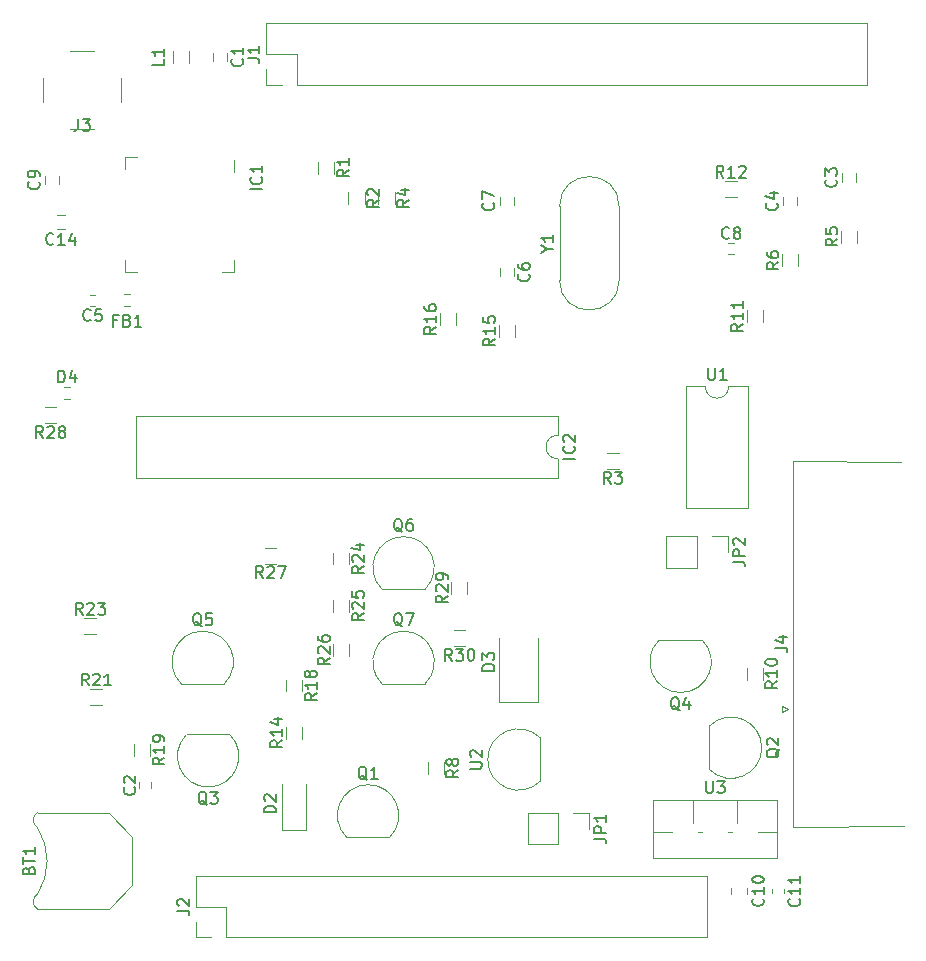
<source format=gto>
G04 #@! TF.GenerationSoftware,KiCad,Pcbnew,(5.1.2)-1*
G04 #@! TF.CreationDate,2019-07-25T21:05:53-07:00*
G04 #@! TF.ProjectId,DashSight-Mezzanine-Card,44617368-5369-4676-9874-2d4d657a7a61,rev?*
G04 #@! TF.SameCoordinates,Original*
G04 #@! TF.FileFunction,Legend,Top*
G04 #@! TF.FilePolarity,Positive*
%FSLAX46Y46*%
G04 Gerber Fmt 4.6, Leading zero omitted, Abs format (unit mm)*
G04 Created by KiCad (PCBNEW (5.1.2)-1) date 2019-07-25 21:05:53*
%MOMM*%
%LPD*%
G04 APERTURE LIST*
%ADD10C,0.120000*%
%ADD11C,0.150000*%
G04 APERTURE END LIST*
D10*
X142923000Y-58519000D02*
X142923000Y-59519000D01*
X133683000Y-67989000D02*
X134683000Y-67989000D01*
X133683000Y-66989000D02*
X133683000Y-67989000D01*
X133683000Y-58249000D02*
X134683000Y-58249000D01*
X133683000Y-59249000D02*
X133683000Y-58249000D01*
X142923000Y-67989000D02*
X141923000Y-67989000D01*
X142923000Y-66989000D02*
X142923000Y-67989000D01*
X185493000Y-112656000D02*
X185493000Y-114674000D01*
X181792000Y-112656000D02*
X181792000Y-114674000D01*
X187285000Y-115416000D02*
X188892000Y-115416000D01*
X184745000Y-115416000D02*
X185080000Y-115416000D01*
X182205000Y-115416000D02*
X182540000Y-115416000D01*
X178392000Y-115416000D02*
X179999000Y-115416000D01*
X188892000Y-112656000D02*
X188892000Y-117597000D01*
X178392000Y-112656000D02*
X178392000Y-117597000D01*
X178392000Y-117597000D02*
X188892000Y-117597000D01*
X178392000Y-112656000D02*
X188892000Y-112656000D01*
X188466000Y-120258721D02*
X188466000Y-120584279D01*
X189486000Y-120258721D02*
X189486000Y-120584279D01*
X184964000Y-120137422D02*
X184964000Y-120654578D01*
X186384000Y-120137422D02*
X186384000Y-120654578D01*
X134448000Y-108958000D02*
X134448000Y-107958000D01*
X135808000Y-107958000D02*
X135808000Y-108958000D01*
X130687000Y-70891500D02*
X131187000Y-70891500D01*
X131187000Y-69951500D02*
X130687000Y-69951500D01*
X190600000Y-61650000D02*
X190600000Y-62350000D01*
X189400000Y-62350000D02*
X189400000Y-61650000D01*
X128108000Y-59848000D02*
X128108000Y-60548000D01*
X126908000Y-60548000D02*
X126908000Y-59848000D01*
X127920000Y-63154000D02*
X128620000Y-63154000D01*
X128620000Y-64354000D02*
X127920000Y-64354000D01*
X126293100Y-115054554D02*
G75*
G02X126294000Y-120656000I-4499100J-2801446D01*
G01*
X126294000Y-115056000D02*
G75*
G02X126278337Y-113752277I386922J656604D01*
G01*
X134294000Y-119856000D02*
X132294000Y-121956000D01*
X134294000Y-115856000D02*
X132294000Y-113756000D01*
X134294000Y-119856000D02*
X134294000Y-115856000D01*
X126294000Y-121956000D02*
G75*
G02X126278337Y-120652277I386922J656604D01*
G01*
X126294000Y-113756000D02*
X132294000Y-113756000D01*
X126294000Y-121956000D02*
X132294000Y-121956000D01*
X165350000Y-104400000D02*
X168650000Y-104400000D01*
X168650000Y-104400000D02*
X168650000Y-99000000D01*
X165350000Y-104400000D02*
X165350000Y-99000000D01*
X129028000Y-77702000D02*
X128528000Y-77702000D01*
X128528000Y-78762000D02*
X129028000Y-78762000D01*
X141132000Y-50134000D02*
X141132000Y-49434000D01*
X142332000Y-49434000D02*
X142332000Y-50134000D01*
X167770500Y-113795500D02*
X167770500Y-116455500D01*
X170370500Y-113795500D02*
X167770500Y-113795500D01*
X170370500Y-116455500D02*
X167770500Y-116455500D01*
X170370500Y-113795500D02*
X170370500Y-116455500D01*
X171640500Y-113795500D02*
X172970500Y-113795500D01*
X172970500Y-113795500D02*
X172970500Y-115125500D01*
X184718000Y-90364000D02*
X184718000Y-91694000D01*
X183388000Y-90364000D02*
X184718000Y-90364000D01*
X182118000Y-90364000D02*
X182118000Y-93024000D01*
X182118000Y-93024000D02*
X179518000Y-93024000D01*
X182118000Y-90364000D02*
X179518000Y-90364000D01*
X179518000Y-90364000D02*
X179518000Y-93024000D01*
X147000000Y-115250000D02*
X149000000Y-115250000D01*
X149000000Y-115250000D02*
X149000000Y-111350000D01*
X147000000Y-115250000D02*
X147000000Y-111350000D01*
X133608000Y-70888000D02*
X134108000Y-70888000D01*
X134108000Y-69828000D02*
X133608000Y-69828000D01*
X189778675Y-105000000D02*
X189345662Y-105250000D01*
X189345662Y-104750000D02*
X189778675Y-105000000D01*
X189345662Y-105250000D02*
X189345662Y-104750000D01*
X190240000Y-83975000D02*
X199400000Y-84100000D01*
X190240000Y-114945000D02*
X190240000Y-83975000D01*
X199600000Y-114900000D02*
X190240000Y-114945000D01*
X170330000Y-83810000D02*
G75*
G02X170330000Y-81810000I0J1000000D01*
G01*
X170330000Y-81810000D02*
X170330000Y-80160000D01*
X170330000Y-80160000D02*
X134650000Y-80160000D01*
X134650000Y-80160000D02*
X134650000Y-85460000D01*
X134650000Y-85460000D02*
X170330000Y-85460000D01*
X170330000Y-85460000D02*
X170330000Y-83810000D01*
X134912000Y-111214000D02*
X134912000Y-111714000D01*
X135852000Y-111714000D02*
X135852000Y-111214000D01*
X185250000Y-65530000D02*
X184750000Y-65530000D01*
X184750000Y-66470000D02*
X185250000Y-66470000D01*
X195600000Y-59650000D02*
X195600000Y-60350000D01*
X194400000Y-60350000D02*
X194400000Y-59650000D01*
X165400000Y-68350000D02*
X165400000Y-67650000D01*
X166600000Y-67650000D02*
X166600000Y-68350000D01*
X166600000Y-61650000D02*
X166600000Y-62350000D01*
X165400000Y-62350000D02*
X165400000Y-61650000D01*
X129048000Y-49278000D02*
X131048000Y-49278000D01*
X129048000Y-55878000D02*
X131048000Y-55878000D01*
X133348000Y-51578000D02*
X133348000Y-53578000D01*
X126748000Y-51578000D02*
X126748000Y-53578000D01*
X170475000Y-68685000D02*
X170475000Y-62435000D01*
X175525000Y-68685000D02*
X175525000Y-62435000D01*
X175525000Y-68685000D02*
G75*
G02X170475000Y-68685000I-2525000J0D01*
G01*
X175525000Y-62435000D02*
G75*
G03X170475000Y-62435000I-2525000J0D01*
G01*
X184810000Y-77670000D02*
G75*
G02X182810000Y-77670000I-1000000J0D01*
G01*
X182810000Y-77670000D02*
X181160000Y-77670000D01*
X181160000Y-77670000D02*
X181160000Y-87950000D01*
X181160000Y-87950000D02*
X186460000Y-87950000D01*
X186460000Y-87950000D02*
X186460000Y-77670000D01*
X186460000Y-77670000D02*
X184810000Y-77670000D01*
X139110000Y-49284000D02*
X139110000Y-50284000D01*
X137750000Y-50284000D02*
X137750000Y-49284000D01*
X182970000Y-124330000D02*
X182970000Y-119130000D01*
X142270000Y-124330000D02*
X182970000Y-124330000D01*
X139670000Y-119130000D02*
X182970000Y-119130000D01*
X142270000Y-124330000D02*
X142270000Y-121730000D01*
X142270000Y-121730000D02*
X139670000Y-121730000D01*
X139670000Y-121730000D02*
X139670000Y-119130000D01*
X141000000Y-124330000D02*
X139670000Y-124330000D01*
X139670000Y-124330000D02*
X139670000Y-123000000D01*
X196529000Y-52146000D02*
X196529000Y-46946000D01*
X148209000Y-52146000D02*
X196529000Y-52146000D01*
X145609000Y-46946000D02*
X196529000Y-46946000D01*
X148209000Y-52146000D02*
X148209000Y-49546000D01*
X148209000Y-49546000D02*
X145609000Y-49546000D01*
X145609000Y-49546000D02*
X145609000Y-46946000D01*
X146939000Y-52146000D02*
X145609000Y-52146000D01*
X145609000Y-52146000D02*
X145609000Y-50816000D01*
X151320000Y-96750000D02*
X151320000Y-95750000D01*
X152680000Y-95750000D02*
X152680000Y-96750000D01*
X152680000Y-99500000D02*
X152680000Y-100500000D01*
X151320000Y-100500000D02*
X151320000Y-99500000D01*
X145500000Y-91320000D02*
X146500000Y-91320000D01*
X146500000Y-92680000D02*
X145500000Y-92680000D01*
X126881000Y-79457000D02*
X127881000Y-79457000D01*
X127881000Y-80817000D02*
X126881000Y-80817000D01*
X162680000Y-94250000D02*
X162680000Y-95250000D01*
X161320000Y-95250000D02*
X161320000Y-94250000D01*
X161500000Y-98320000D02*
X162500000Y-98320000D01*
X162500000Y-99680000D02*
X161500000Y-99680000D01*
X150051000Y-59659000D02*
X150051000Y-58659000D01*
X151411000Y-58659000D02*
X151411000Y-59659000D01*
X131250000Y-98680000D02*
X130250000Y-98680000D01*
X130250000Y-97320000D02*
X131250000Y-97320000D01*
X131750000Y-104680000D02*
X130750000Y-104680000D01*
X130750000Y-103320000D02*
X131750000Y-103320000D01*
X152609000Y-62222000D02*
X152609000Y-61222000D01*
X153969000Y-61222000D02*
X153969000Y-62222000D01*
X147320000Y-103500000D02*
X147320000Y-102500000D01*
X148680000Y-102500000D02*
X148680000Y-103500000D01*
X151320000Y-92750000D02*
X151320000Y-91750000D01*
X152680000Y-91750000D02*
X152680000Y-92750000D01*
X161680000Y-71500000D02*
X161680000Y-72500000D01*
X160320000Y-72500000D02*
X160320000Y-71500000D01*
X166680000Y-72500000D02*
X166680000Y-73500000D01*
X165320000Y-73500000D02*
X165320000Y-72500000D01*
X174500000Y-83320000D02*
X175500000Y-83320000D01*
X175500000Y-84680000D02*
X174500000Y-84680000D01*
X185500000Y-61680000D02*
X184500000Y-61680000D01*
X184500000Y-60320000D02*
X185500000Y-60320000D01*
X187680000Y-71250000D02*
X187680000Y-72250000D01*
X186320000Y-72250000D02*
X186320000Y-71250000D01*
X186320000Y-102500000D02*
X186320000Y-101500000D01*
X187680000Y-101500000D02*
X187680000Y-102500000D01*
X190680000Y-66500000D02*
X190680000Y-67500000D01*
X189320000Y-67500000D02*
X189320000Y-66500000D01*
X195680000Y-64500000D02*
X195680000Y-65500000D01*
X194320000Y-65500000D02*
X194320000Y-64500000D01*
X155149000Y-62222000D02*
X155149000Y-61222000D01*
X156509000Y-61222000D02*
X156509000Y-62222000D01*
X148680000Y-106500000D02*
X148680000Y-107500000D01*
X147320000Y-107500000D02*
X147320000Y-106500000D01*
X159320000Y-110500000D02*
X159320000Y-109500000D01*
X160680000Y-109500000D02*
X160680000Y-110500000D01*
X168850000Y-111070000D02*
X168850000Y-107470000D01*
X168838478Y-111108478D02*
G75*
G02X164400000Y-109270000I-1838478J1838478D01*
G01*
X168838478Y-107431522D02*
G75*
G03X164400000Y-109270000I-1838478J-1838478D01*
G01*
X155470000Y-94850000D02*
X159070000Y-94850000D01*
X155431522Y-94838478D02*
G75*
G02X157270000Y-90400000I1838478J1838478D01*
G01*
X159108478Y-94838478D02*
G75*
G03X157270000Y-90400000I-1838478J1838478D01*
G01*
X155470000Y-102850000D02*
X159070000Y-102850000D01*
X155431522Y-102838478D02*
G75*
G02X157270000Y-98400000I1838478J1838478D01*
G01*
X159108478Y-102838478D02*
G75*
G03X157270000Y-98400000I-1838478J1838478D01*
G01*
X152470000Y-115850000D02*
X156070000Y-115850000D01*
X152431522Y-115838478D02*
G75*
G02X154270000Y-111400000I1838478J1838478D01*
G01*
X156108478Y-115838478D02*
G75*
G03X154270000Y-111400000I-1838478J1838478D01*
G01*
X183150000Y-106470000D02*
X183150000Y-110070000D01*
X183161522Y-106431522D02*
G75*
G02X187600000Y-108270000I1838478J-1838478D01*
G01*
X183161522Y-110108478D02*
G75*
G03X187600000Y-108270000I1838478J1838478D01*
G01*
X142530000Y-107150000D02*
X138930000Y-107150000D01*
X142568478Y-107161522D02*
G75*
G02X140730000Y-111600000I-1838478J-1838478D01*
G01*
X138891522Y-107161522D02*
G75*
G03X140730000Y-111600000I1838478J-1838478D01*
G01*
X182530000Y-99150000D02*
X178930000Y-99150000D01*
X182568478Y-99161522D02*
G75*
G02X180730000Y-103600000I-1838478J-1838478D01*
G01*
X178891522Y-99161522D02*
G75*
G03X180730000Y-103600000I1838478J-1838478D01*
G01*
X138470000Y-102850000D02*
X142070000Y-102850000D01*
X138431522Y-102838478D02*
G75*
G02X140270000Y-98400000I1838478J1838478D01*
G01*
X142108478Y-102838478D02*
G75*
G03X140270000Y-98400000I-1838478J1838478D01*
G01*
D11*
X145305380Y-60995190D02*
X144305380Y-60995190D01*
X145210142Y-59947571D02*
X145257761Y-59995190D01*
X145305380Y-60138047D01*
X145305380Y-60233285D01*
X145257761Y-60376142D01*
X145162523Y-60471380D01*
X145067285Y-60519000D01*
X144876809Y-60566619D01*
X144733952Y-60566619D01*
X144543476Y-60519000D01*
X144448238Y-60471380D01*
X144353000Y-60376142D01*
X144305380Y-60233285D01*
X144305380Y-60138047D01*
X144353000Y-59995190D01*
X144400619Y-59947571D01*
X145305380Y-58995190D02*
X145305380Y-59566619D01*
X145305380Y-59280904D02*
X144305380Y-59280904D01*
X144448238Y-59376142D01*
X144543476Y-59471380D01*
X144591095Y-59566619D01*
X182880095Y-111108880D02*
X182880095Y-111918404D01*
X182927714Y-112013642D01*
X182975333Y-112061261D01*
X183070571Y-112108880D01*
X183261047Y-112108880D01*
X183356285Y-112061261D01*
X183403904Y-112013642D01*
X183451523Y-111918404D01*
X183451523Y-111108880D01*
X183832476Y-111108880D02*
X184451523Y-111108880D01*
X184118190Y-111489833D01*
X184261047Y-111489833D01*
X184356285Y-111537452D01*
X184403904Y-111585071D01*
X184451523Y-111680309D01*
X184451523Y-111918404D01*
X184403904Y-112013642D01*
X184356285Y-112061261D01*
X184261047Y-112108880D01*
X183975333Y-112108880D01*
X183880095Y-112061261D01*
X183832476Y-112013642D01*
X190763142Y-121064357D02*
X190810761Y-121111976D01*
X190858380Y-121254833D01*
X190858380Y-121350071D01*
X190810761Y-121492928D01*
X190715523Y-121588166D01*
X190620285Y-121635785D01*
X190429809Y-121683404D01*
X190286952Y-121683404D01*
X190096476Y-121635785D01*
X190001238Y-121588166D01*
X189906000Y-121492928D01*
X189858380Y-121350071D01*
X189858380Y-121254833D01*
X189906000Y-121111976D01*
X189953619Y-121064357D01*
X190858380Y-120111976D02*
X190858380Y-120683404D01*
X190858380Y-120397690D02*
X189858380Y-120397690D01*
X190001238Y-120492928D01*
X190096476Y-120588166D01*
X190144095Y-120683404D01*
X190858380Y-119159595D02*
X190858380Y-119731023D01*
X190858380Y-119445309D02*
X189858380Y-119445309D01*
X190001238Y-119540547D01*
X190096476Y-119635785D01*
X190144095Y-119731023D01*
X187681142Y-121038857D02*
X187728761Y-121086476D01*
X187776380Y-121229333D01*
X187776380Y-121324571D01*
X187728761Y-121467428D01*
X187633523Y-121562666D01*
X187538285Y-121610285D01*
X187347809Y-121657904D01*
X187204952Y-121657904D01*
X187014476Y-121610285D01*
X186919238Y-121562666D01*
X186824000Y-121467428D01*
X186776380Y-121324571D01*
X186776380Y-121229333D01*
X186824000Y-121086476D01*
X186871619Y-121038857D01*
X187776380Y-120086476D02*
X187776380Y-120657904D01*
X187776380Y-120372190D02*
X186776380Y-120372190D01*
X186919238Y-120467428D01*
X187014476Y-120562666D01*
X187062095Y-120657904D01*
X186776380Y-119467428D02*
X186776380Y-119372190D01*
X186824000Y-119276952D01*
X186871619Y-119229333D01*
X186966857Y-119181714D01*
X187157333Y-119134095D01*
X187395428Y-119134095D01*
X187585904Y-119181714D01*
X187681142Y-119229333D01*
X187728761Y-119276952D01*
X187776380Y-119372190D01*
X187776380Y-119467428D01*
X187728761Y-119562666D01*
X187681142Y-119610285D01*
X187585904Y-119657904D01*
X187395428Y-119705523D01*
X187157333Y-119705523D01*
X186966857Y-119657904D01*
X186871619Y-119610285D01*
X186824000Y-119562666D01*
X186776380Y-119467428D01*
X137030380Y-109100857D02*
X136554190Y-109434190D01*
X137030380Y-109672285D02*
X136030380Y-109672285D01*
X136030380Y-109291333D01*
X136078000Y-109196095D01*
X136125619Y-109148476D01*
X136220857Y-109100857D01*
X136363714Y-109100857D01*
X136458952Y-109148476D01*
X136506571Y-109196095D01*
X136554190Y-109291333D01*
X136554190Y-109672285D01*
X137030380Y-108148476D02*
X137030380Y-108719904D01*
X137030380Y-108434190D02*
X136030380Y-108434190D01*
X136173238Y-108529428D01*
X136268476Y-108624666D01*
X136316095Y-108719904D01*
X137030380Y-107672285D02*
X137030380Y-107481809D01*
X136982761Y-107386571D01*
X136935142Y-107338952D01*
X136792285Y-107243714D01*
X136601809Y-107196095D01*
X136220857Y-107196095D01*
X136125619Y-107243714D01*
X136078000Y-107291333D01*
X136030380Y-107386571D01*
X136030380Y-107577047D01*
X136078000Y-107672285D01*
X136125619Y-107719904D01*
X136220857Y-107767523D01*
X136458952Y-107767523D01*
X136554190Y-107719904D01*
X136601809Y-107672285D01*
X136649428Y-107577047D01*
X136649428Y-107386571D01*
X136601809Y-107291333D01*
X136554190Y-107243714D01*
X136458952Y-107196095D01*
X130770333Y-72048642D02*
X130722714Y-72096261D01*
X130579857Y-72143880D01*
X130484619Y-72143880D01*
X130341761Y-72096261D01*
X130246523Y-72001023D01*
X130198904Y-71905785D01*
X130151285Y-71715309D01*
X130151285Y-71572452D01*
X130198904Y-71381976D01*
X130246523Y-71286738D01*
X130341761Y-71191500D01*
X130484619Y-71143880D01*
X130579857Y-71143880D01*
X130722714Y-71191500D01*
X130770333Y-71239119D01*
X131675095Y-71143880D02*
X131198904Y-71143880D01*
X131151285Y-71620071D01*
X131198904Y-71572452D01*
X131294142Y-71524833D01*
X131532238Y-71524833D01*
X131627476Y-71572452D01*
X131675095Y-71620071D01*
X131722714Y-71715309D01*
X131722714Y-71953404D01*
X131675095Y-72048642D01*
X131627476Y-72096261D01*
X131532238Y-72143880D01*
X131294142Y-72143880D01*
X131198904Y-72096261D01*
X131151285Y-72048642D01*
X188857142Y-62166666D02*
X188904761Y-62214285D01*
X188952380Y-62357142D01*
X188952380Y-62452380D01*
X188904761Y-62595238D01*
X188809523Y-62690476D01*
X188714285Y-62738095D01*
X188523809Y-62785714D01*
X188380952Y-62785714D01*
X188190476Y-62738095D01*
X188095238Y-62690476D01*
X188000000Y-62595238D01*
X187952380Y-62452380D01*
X187952380Y-62357142D01*
X188000000Y-62214285D01*
X188047619Y-62166666D01*
X188285714Y-61309523D02*
X188952380Y-61309523D01*
X187904761Y-61547619D02*
X188619047Y-61785714D01*
X188619047Y-61166666D01*
X126365142Y-60364666D02*
X126412761Y-60412285D01*
X126460380Y-60555142D01*
X126460380Y-60650380D01*
X126412761Y-60793238D01*
X126317523Y-60888476D01*
X126222285Y-60936095D01*
X126031809Y-60983714D01*
X125888952Y-60983714D01*
X125698476Y-60936095D01*
X125603238Y-60888476D01*
X125508000Y-60793238D01*
X125460380Y-60650380D01*
X125460380Y-60555142D01*
X125508000Y-60412285D01*
X125555619Y-60364666D01*
X126460380Y-59888476D02*
X126460380Y-59698000D01*
X126412761Y-59602761D01*
X126365142Y-59555142D01*
X126222285Y-59459904D01*
X126031809Y-59412285D01*
X125650857Y-59412285D01*
X125555619Y-59459904D01*
X125508000Y-59507523D01*
X125460380Y-59602761D01*
X125460380Y-59793238D01*
X125508000Y-59888476D01*
X125555619Y-59936095D01*
X125650857Y-59983714D01*
X125888952Y-59983714D01*
X125984190Y-59936095D01*
X126031809Y-59888476D01*
X126079428Y-59793238D01*
X126079428Y-59602761D01*
X126031809Y-59507523D01*
X125984190Y-59459904D01*
X125888952Y-59412285D01*
X127627142Y-65611142D02*
X127579523Y-65658761D01*
X127436666Y-65706380D01*
X127341428Y-65706380D01*
X127198571Y-65658761D01*
X127103333Y-65563523D01*
X127055714Y-65468285D01*
X127008095Y-65277809D01*
X127008095Y-65134952D01*
X127055714Y-64944476D01*
X127103333Y-64849238D01*
X127198571Y-64754000D01*
X127341428Y-64706380D01*
X127436666Y-64706380D01*
X127579523Y-64754000D01*
X127627142Y-64801619D01*
X128579523Y-65706380D02*
X128008095Y-65706380D01*
X128293809Y-65706380D02*
X128293809Y-64706380D01*
X128198571Y-64849238D01*
X128103333Y-64944476D01*
X128008095Y-64992095D01*
X129436666Y-65039714D02*
X129436666Y-65706380D01*
X129198571Y-64658761D02*
X128960476Y-65373047D01*
X129579523Y-65373047D01*
X125522571Y-118641714D02*
X125570190Y-118498857D01*
X125617809Y-118451238D01*
X125713047Y-118403619D01*
X125855904Y-118403619D01*
X125951142Y-118451238D01*
X125998761Y-118498857D01*
X126046380Y-118594095D01*
X126046380Y-118975047D01*
X125046380Y-118975047D01*
X125046380Y-118641714D01*
X125094000Y-118546476D01*
X125141619Y-118498857D01*
X125236857Y-118451238D01*
X125332095Y-118451238D01*
X125427333Y-118498857D01*
X125474952Y-118546476D01*
X125522571Y-118641714D01*
X125522571Y-118975047D01*
X125046380Y-118117904D02*
X125046380Y-117546476D01*
X126046380Y-117832190D02*
X125046380Y-117832190D01*
X126046380Y-116689333D02*
X126046380Y-117260761D01*
X126046380Y-116975047D02*
X125046380Y-116975047D01*
X125189238Y-117070285D01*
X125284476Y-117165523D01*
X125332095Y-117260761D01*
X164952380Y-101738095D02*
X163952380Y-101738095D01*
X163952380Y-101500000D01*
X164000000Y-101357142D01*
X164095238Y-101261904D01*
X164190476Y-101214285D01*
X164380952Y-101166666D01*
X164523809Y-101166666D01*
X164714285Y-101214285D01*
X164809523Y-101261904D01*
X164904761Y-101357142D01*
X164952380Y-101500000D01*
X164952380Y-101738095D01*
X163952380Y-100833333D02*
X163952380Y-100214285D01*
X164333333Y-100547619D01*
X164333333Y-100404761D01*
X164380952Y-100309523D01*
X164428571Y-100261904D01*
X164523809Y-100214285D01*
X164761904Y-100214285D01*
X164857142Y-100261904D01*
X164904761Y-100309523D01*
X164952380Y-100404761D01*
X164952380Y-100690476D01*
X164904761Y-100785714D01*
X164857142Y-100833333D01*
X128039904Y-77334380D02*
X128039904Y-76334380D01*
X128278000Y-76334380D01*
X128420857Y-76382000D01*
X128516095Y-76477238D01*
X128563714Y-76572476D01*
X128611333Y-76762952D01*
X128611333Y-76905809D01*
X128563714Y-77096285D01*
X128516095Y-77191523D01*
X128420857Y-77286761D01*
X128278000Y-77334380D01*
X128039904Y-77334380D01*
X129468476Y-76667714D02*
X129468476Y-77334380D01*
X129230380Y-76286761D02*
X128992285Y-77001047D01*
X129611333Y-77001047D01*
X143589142Y-49950666D02*
X143636761Y-49998285D01*
X143684380Y-50141142D01*
X143684380Y-50236380D01*
X143636761Y-50379238D01*
X143541523Y-50474476D01*
X143446285Y-50522095D01*
X143255809Y-50569714D01*
X143112952Y-50569714D01*
X142922476Y-50522095D01*
X142827238Y-50474476D01*
X142732000Y-50379238D01*
X142684380Y-50236380D01*
X142684380Y-50141142D01*
X142732000Y-49998285D01*
X142779619Y-49950666D01*
X143684380Y-48998285D02*
X143684380Y-49569714D01*
X143684380Y-49284000D02*
X142684380Y-49284000D01*
X142827238Y-49379238D01*
X142922476Y-49474476D01*
X142970095Y-49569714D01*
X173422880Y-115958833D02*
X174137166Y-115958833D01*
X174280023Y-116006452D01*
X174375261Y-116101690D01*
X174422880Y-116244547D01*
X174422880Y-116339785D01*
X174422880Y-115482642D02*
X173422880Y-115482642D01*
X173422880Y-115101690D01*
X173470500Y-115006452D01*
X173518119Y-114958833D01*
X173613357Y-114911214D01*
X173756214Y-114911214D01*
X173851452Y-114958833D01*
X173899071Y-115006452D01*
X173946690Y-115101690D01*
X173946690Y-115482642D01*
X174422880Y-113958833D02*
X174422880Y-114530261D01*
X174422880Y-114244547D02*
X173422880Y-114244547D01*
X173565738Y-114339785D01*
X173660976Y-114435023D01*
X173708595Y-114530261D01*
X185170380Y-92527333D02*
X185884666Y-92527333D01*
X186027523Y-92574952D01*
X186122761Y-92670190D01*
X186170380Y-92813047D01*
X186170380Y-92908285D01*
X186170380Y-92051142D02*
X185170380Y-92051142D01*
X185170380Y-91670190D01*
X185218000Y-91574952D01*
X185265619Y-91527333D01*
X185360857Y-91479714D01*
X185503714Y-91479714D01*
X185598952Y-91527333D01*
X185646571Y-91574952D01*
X185694190Y-91670190D01*
X185694190Y-92051142D01*
X185265619Y-91098761D02*
X185218000Y-91051142D01*
X185170380Y-90955904D01*
X185170380Y-90717809D01*
X185218000Y-90622571D01*
X185265619Y-90574952D01*
X185360857Y-90527333D01*
X185456095Y-90527333D01*
X185598952Y-90574952D01*
X186170380Y-91146380D01*
X186170380Y-90527333D01*
X146452380Y-113738095D02*
X145452380Y-113738095D01*
X145452380Y-113500000D01*
X145500000Y-113357142D01*
X145595238Y-113261904D01*
X145690476Y-113214285D01*
X145880952Y-113166666D01*
X146023809Y-113166666D01*
X146214285Y-113214285D01*
X146309523Y-113261904D01*
X146404761Y-113357142D01*
X146452380Y-113500000D01*
X146452380Y-113738095D01*
X145547619Y-112785714D02*
X145500000Y-112738095D01*
X145452380Y-112642857D01*
X145452380Y-112404761D01*
X145500000Y-112309523D01*
X145547619Y-112261904D01*
X145642857Y-112214285D01*
X145738095Y-112214285D01*
X145880952Y-112261904D01*
X146452380Y-112833333D01*
X146452380Y-112214285D01*
X133024666Y-72086571D02*
X132691333Y-72086571D01*
X132691333Y-72610380D02*
X132691333Y-71610380D01*
X133167523Y-71610380D01*
X133881809Y-72086571D02*
X134024666Y-72134190D01*
X134072285Y-72181809D01*
X134119904Y-72277047D01*
X134119904Y-72419904D01*
X134072285Y-72515142D01*
X134024666Y-72562761D01*
X133929428Y-72610380D01*
X133548476Y-72610380D01*
X133548476Y-71610380D01*
X133881809Y-71610380D01*
X133977047Y-71658000D01*
X134024666Y-71705619D01*
X134072285Y-71800857D01*
X134072285Y-71896095D01*
X134024666Y-71991333D01*
X133977047Y-72038952D01*
X133881809Y-72086571D01*
X133548476Y-72086571D01*
X135072285Y-72610380D02*
X134500857Y-72610380D01*
X134786571Y-72610380D02*
X134786571Y-71610380D01*
X134691333Y-71753238D01*
X134596095Y-71848476D01*
X134500857Y-71896095D01*
X188752380Y-99793333D02*
X189466666Y-99793333D01*
X189609523Y-99840952D01*
X189704761Y-99936190D01*
X189752380Y-100079047D01*
X189752380Y-100174285D01*
X189085714Y-98888571D02*
X189752380Y-98888571D01*
X188704761Y-99126666D02*
X189419047Y-99364761D01*
X189419047Y-98745714D01*
X171782380Y-83786190D02*
X170782380Y-83786190D01*
X171687142Y-82738571D02*
X171734761Y-82786190D01*
X171782380Y-82929047D01*
X171782380Y-83024285D01*
X171734761Y-83167142D01*
X171639523Y-83262380D01*
X171544285Y-83310000D01*
X171353809Y-83357619D01*
X171210952Y-83357619D01*
X171020476Y-83310000D01*
X170925238Y-83262380D01*
X170830000Y-83167142D01*
X170782380Y-83024285D01*
X170782380Y-82929047D01*
X170830000Y-82786190D01*
X170877619Y-82738571D01*
X170877619Y-82357619D02*
X170830000Y-82310000D01*
X170782380Y-82214761D01*
X170782380Y-81976666D01*
X170830000Y-81881428D01*
X170877619Y-81833809D01*
X170972857Y-81786190D01*
X171068095Y-81786190D01*
X171210952Y-81833809D01*
X171782380Y-82405238D01*
X171782380Y-81786190D01*
X134469142Y-111630666D02*
X134516761Y-111678285D01*
X134564380Y-111821142D01*
X134564380Y-111916380D01*
X134516761Y-112059238D01*
X134421523Y-112154476D01*
X134326285Y-112202095D01*
X134135809Y-112249714D01*
X133992952Y-112249714D01*
X133802476Y-112202095D01*
X133707238Y-112154476D01*
X133612000Y-112059238D01*
X133564380Y-111916380D01*
X133564380Y-111821142D01*
X133612000Y-111678285D01*
X133659619Y-111630666D01*
X133659619Y-111249714D02*
X133612000Y-111202095D01*
X133564380Y-111106857D01*
X133564380Y-110868761D01*
X133612000Y-110773523D01*
X133659619Y-110725904D01*
X133754857Y-110678285D01*
X133850095Y-110678285D01*
X133992952Y-110725904D01*
X134564380Y-111297333D01*
X134564380Y-110678285D01*
X184833333Y-65087142D02*
X184785714Y-65134761D01*
X184642857Y-65182380D01*
X184547619Y-65182380D01*
X184404761Y-65134761D01*
X184309523Y-65039523D01*
X184261904Y-64944285D01*
X184214285Y-64753809D01*
X184214285Y-64610952D01*
X184261904Y-64420476D01*
X184309523Y-64325238D01*
X184404761Y-64230000D01*
X184547619Y-64182380D01*
X184642857Y-64182380D01*
X184785714Y-64230000D01*
X184833333Y-64277619D01*
X185404761Y-64610952D02*
X185309523Y-64563333D01*
X185261904Y-64515714D01*
X185214285Y-64420476D01*
X185214285Y-64372857D01*
X185261904Y-64277619D01*
X185309523Y-64230000D01*
X185404761Y-64182380D01*
X185595238Y-64182380D01*
X185690476Y-64230000D01*
X185738095Y-64277619D01*
X185785714Y-64372857D01*
X185785714Y-64420476D01*
X185738095Y-64515714D01*
X185690476Y-64563333D01*
X185595238Y-64610952D01*
X185404761Y-64610952D01*
X185309523Y-64658571D01*
X185261904Y-64706190D01*
X185214285Y-64801428D01*
X185214285Y-64991904D01*
X185261904Y-65087142D01*
X185309523Y-65134761D01*
X185404761Y-65182380D01*
X185595238Y-65182380D01*
X185690476Y-65134761D01*
X185738095Y-65087142D01*
X185785714Y-64991904D01*
X185785714Y-64801428D01*
X185738095Y-64706190D01*
X185690476Y-64658571D01*
X185595238Y-64610952D01*
X193857142Y-60166666D02*
X193904761Y-60214285D01*
X193952380Y-60357142D01*
X193952380Y-60452380D01*
X193904761Y-60595238D01*
X193809523Y-60690476D01*
X193714285Y-60738095D01*
X193523809Y-60785714D01*
X193380952Y-60785714D01*
X193190476Y-60738095D01*
X193095238Y-60690476D01*
X193000000Y-60595238D01*
X192952380Y-60452380D01*
X192952380Y-60357142D01*
X193000000Y-60214285D01*
X193047619Y-60166666D01*
X192952380Y-59833333D02*
X192952380Y-59214285D01*
X193333333Y-59547619D01*
X193333333Y-59404761D01*
X193380952Y-59309523D01*
X193428571Y-59261904D01*
X193523809Y-59214285D01*
X193761904Y-59214285D01*
X193857142Y-59261904D01*
X193904761Y-59309523D01*
X193952380Y-59404761D01*
X193952380Y-59690476D01*
X193904761Y-59785714D01*
X193857142Y-59833333D01*
X167857142Y-68166666D02*
X167904761Y-68214285D01*
X167952380Y-68357142D01*
X167952380Y-68452380D01*
X167904761Y-68595238D01*
X167809523Y-68690476D01*
X167714285Y-68738095D01*
X167523809Y-68785714D01*
X167380952Y-68785714D01*
X167190476Y-68738095D01*
X167095238Y-68690476D01*
X167000000Y-68595238D01*
X166952380Y-68452380D01*
X166952380Y-68357142D01*
X167000000Y-68214285D01*
X167047619Y-68166666D01*
X166952380Y-67309523D02*
X166952380Y-67500000D01*
X167000000Y-67595238D01*
X167047619Y-67642857D01*
X167190476Y-67738095D01*
X167380952Y-67785714D01*
X167761904Y-67785714D01*
X167857142Y-67738095D01*
X167904761Y-67690476D01*
X167952380Y-67595238D01*
X167952380Y-67404761D01*
X167904761Y-67309523D01*
X167857142Y-67261904D01*
X167761904Y-67214285D01*
X167523809Y-67214285D01*
X167428571Y-67261904D01*
X167380952Y-67309523D01*
X167333333Y-67404761D01*
X167333333Y-67595238D01*
X167380952Y-67690476D01*
X167428571Y-67738095D01*
X167523809Y-67785714D01*
X164857142Y-62166666D02*
X164904761Y-62214285D01*
X164952380Y-62357142D01*
X164952380Y-62452380D01*
X164904761Y-62595238D01*
X164809523Y-62690476D01*
X164714285Y-62738095D01*
X164523809Y-62785714D01*
X164380952Y-62785714D01*
X164190476Y-62738095D01*
X164095238Y-62690476D01*
X164000000Y-62595238D01*
X163952380Y-62452380D01*
X163952380Y-62357142D01*
X164000000Y-62214285D01*
X164047619Y-62166666D01*
X163952380Y-61833333D02*
X163952380Y-61166666D01*
X164952380Y-61595238D01*
X129714666Y-55030380D02*
X129714666Y-55744666D01*
X129667047Y-55887523D01*
X129571809Y-55982761D01*
X129428952Y-56030380D01*
X129333714Y-56030380D01*
X130095619Y-55030380D02*
X130714666Y-55030380D01*
X130381333Y-55411333D01*
X130524190Y-55411333D01*
X130619428Y-55458952D01*
X130667047Y-55506571D01*
X130714666Y-55601809D01*
X130714666Y-55839904D01*
X130667047Y-55935142D01*
X130619428Y-55982761D01*
X130524190Y-56030380D01*
X130238476Y-56030380D01*
X130143238Y-55982761D01*
X130095619Y-55935142D01*
X169451190Y-66036190D02*
X169927380Y-66036190D01*
X168927380Y-66369523D02*
X169451190Y-66036190D01*
X168927380Y-65702857D01*
X169927380Y-64845714D02*
X169927380Y-65417142D01*
X169927380Y-65131428D02*
X168927380Y-65131428D01*
X169070238Y-65226666D01*
X169165476Y-65321904D01*
X169213095Y-65417142D01*
X183048095Y-76122380D02*
X183048095Y-76931904D01*
X183095714Y-77027142D01*
X183143333Y-77074761D01*
X183238571Y-77122380D01*
X183429047Y-77122380D01*
X183524285Y-77074761D01*
X183571904Y-77027142D01*
X183619523Y-76931904D01*
X183619523Y-76122380D01*
X184619523Y-77122380D02*
X184048095Y-77122380D01*
X184333809Y-77122380D02*
X184333809Y-76122380D01*
X184238571Y-76265238D01*
X184143333Y-76360476D01*
X184048095Y-76408095D01*
X136982380Y-49950666D02*
X136982380Y-50426857D01*
X135982380Y-50426857D01*
X136982380Y-49093523D02*
X136982380Y-49664952D01*
X136982380Y-49379238D02*
X135982380Y-49379238D01*
X136125238Y-49474476D01*
X136220476Y-49569714D01*
X136268095Y-49664952D01*
X138122380Y-122063333D02*
X138836666Y-122063333D01*
X138979523Y-122110952D01*
X139074761Y-122206190D01*
X139122380Y-122349047D01*
X139122380Y-122444285D01*
X138217619Y-121634761D02*
X138170000Y-121587142D01*
X138122380Y-121491904D01*
X138122380Y-121253809D01*
X138170000Y-121158571D01*
X138217619Y-121110952D01*
X138312857Y-121063333D01*
X138408095Y-121063333D01*
X138550952Y-121110952D01*
X139122380Y-121682380D01*
X139122380Y-121063333D01*
X144061380Y-49879333D02*
X144775666Y-49879333D01*
X144918523Y-49926952D01*
X145013761Y-50022190D01*
X145061380Y-50165047D01*
X145061380Y-50260285D01*
X145061380Y-48879333D02*
X145061380Y-49450761D01*
X145061380Y-49165047D02*
X144061380Y-49165047D01*
X144204238Y-49260285D01*
X144299476Y-49355523D01*
X144347095Y-49450761D01*
X153902380Y-96892857D02*
X153426190Y-97226190D01*
X153902380Y-97464285D02*
X152902380Y-97464285D01*
X152902380Y-97083333D01*
X152950000Y-96988095D01*
X152997619Y-96940476D01*
X153092857Y-96892857D01*
X153235714Y-96892857D01*
X153330952Y-96940476D01*
X153378571Y-96988095D01*
X153426190Y-97083333D01*
X153426190Y-97464285D01*
X152997619Y-96511904D02*
X152950000Y-96464285D01*
X152902380Y-96369047D01*
X152902380Y-96130952D01*
X152950000Y-96035714D01*
X152997619Y-95988095D01*
X153092857Y-95940476D01*
X153188095Y-95940476D01*
X153330952Y-95988095D01*
X153902380Y-96559523D01*
X153902380Y-95940476D01*
X152902380Y-95035714D02*
X152902380Y-95511904D01*
X153378571Y-95559523D01*
X153330952Y-95511904D01*
X153283333Y-95416666D01*
X153283333Y-95178571D01*
X153330952Y-95083333D01*
X153378571Y-95035714D01*
X153473809Y-94988095D01*
X153711904Y-94988095D01*
X153807142Y-95035714D01*
X153854761Y-95083333D01*
X153902380Y-95178571D01*
X153902380Y-95416666D01*
X153854761Y-95511904D01*
X153807142Y-95559523D01*
X151002380Y-100642857D02*
X150526190Y-100976190D01*
X151002380Y-101214285D02*
X150002380Y-101214285D01*
X150002380Y-100833333D01*
X150050000Y-100738095D01*
X150097619Y-100690476D01*
X150192857Y-100642857D01*
X150335714Y-100642857D01*
X150430952Y-100690476D01*
X150478571Y-100738095D01*
X150526190Y-100833333D01*
X150526190Y-101214285D01*
X150097619Y-100261904D02*
X150050000Y-100214285D01*
X150002380Y-100119047D01*
X150002380Y-99880952D01*
X150050000Y-99785714D01*
X150097619Y-99738095D01*
X150192857Y-99690476D01*
X150288095Y-99690476D01*
X150430952Y-99738095D01*
X151002380Y-100309523D01*
X151002380Y-99690476D01*
X150002380Y-98833333D02*
X150002380Y-99023809D01*
X150050000Y-99119047D01*
X150097619Y-99166666D01*
X150240476Y-99261904D01*
X150430952Y-99309523D01*
X150811904Y-99309523D01*
X150907142Y-99261904D01*
X150954761Y-99214285D01*
X151002380Y-99119047D01*
X151002380Y-98928571D01*
X150954761Y-98833333D01*
X150907142Y-98785714D01*
X150811904Y-98738095D01*
X150573809Y-98738095D01*
X150478571Y-98785714D01*
X150430952Y-98833333D01*
X150383333Y-98928571D01*
X150383333Y-99119047D01*
X150430952Y-99214285D01*
X150478571Y-99261904D01*
X150573809Y-99309523D01*
X145357142Y-93902380D02*
X145023809Y-93426190D01*
X144785714Y-93902380D02*
X144785714Y-92902380D01*
X145166666Y-92902380D01*
X145261904Y-92950000D01*
X145309523Y-92997619D01*
X145357142Y-93092857D01*
X145357142Y-93235714D01*
X145309523Y-93330952D01*
X145261904Y-93378571D01*
X145166666Y-93426190D01*
X144785714Y-93426190D01*
X145738095Y-92997619D02*
X145785714Y-92950000D01*
X145880952Y-92902380D01*
X146119047Y-92902380D01*
X146214285Y-92950000D01*
X146261904Y-92997619D01*
X146309523Y-93092857D01*
X146309523Y-93188095D01*
X146261904Y-93330952D01*
X145690476Y-93902380D01*
X146309523Y-93902380D01*
X146642857Y-92902380D02*
X147309523Y-92902380D01*
X146880952Y-93902380D01*
X126738142Y-82039380D02*
X126404809Y-81563190D01*
X126166714Y-82039380D02*
X126166714Y-81039380D01*
X126547666Y-81039380D01*
X126642904Y-81087000D01*
X126690523Y-81134619D01*
X126738142Y-81229857D01*
X126738142Y-81372714D01*
X126690523Y-81467952D01*
X126642904Y-81515571D01*
X126547666Y-81563190D01*
X126166714Y-81563190D01*
X127119095Y-81134619D02*
X127166714Y-81087000D01*
X127261952Y-81039380D01*
X127500047Y-81039380D01*
X127595285Y-81087000D01*
X127642904Y-81134619D01*
X127690523Y-81229857D01*
X127690523Y-81325095D01*
X127642904Y-81467952D01*
X127071476Y-82039380D01*
X127690523Y-82039380D01*
X128261952Y-81467952D02*
X128166714Y-81420333D01*
X128119095Y-81372714D01*
X128071476Y-81277476D01*
X128071476Y-81229857D01*
X128119095Y-81134619D01*
X128166714Y-81087000D01*
X128261952Y-81039380D01*
X128452428Y-81039380D01*
X128547666Y-81087000D01*
X128595285Y-81134619D01*
X128642904Y-81229857D01*
X128642904Y-81277476D01*
X128595285Y-81372714D01*
X128547666Y-81420333D01*
X128452428Y-81467952D01*
X128261952Y-81467952D01*
X128166714Y-81515571D01*
X128119095Y-81563190D01*
X128071476Y-81658428D01*
X128071476Y-81848904D01*
X128119095Y-81944142D01*
X128166714Y-81991761D01*
X128261952Y-82039380D01*
X128452428Y-82039380D01*
X128547666Y-81991761D01*
X128595285Y-81944142D01*
X128642904Y-81848904D01*
X128642904Y-81658428D01*
X128595285Y-81563190D01*
X128547666Y-81515571D01*
X128452428Y-81467952D01*
X161002380Y-95392857D02*
X160526190Y-95726190D01*
X161002380Y-95964285D02*
X160002380Y-95964285D01*
X160002380Y-95583333D01*
X160050000Y-95488095D01*
X160097619Y-95440476D01*
X160192857Y-95392857D01*
X160335714Y-95392857D01*
X160430952Y-95440476D01*
X160478571Y-95488095D01*
X160526190Y-95583333D01*
X160526190Y-95964285D01*
X160097619Y-95011904D02*
X160050000Y-94964285D01*
X160002380Y-94869047D01*
X160002380Y-94630952D01*
X160050000Y-94535714D01*
X160097619Y-94488095D01*
X160192857Y-94440476D01*
X160288095Y-94440476D01*
X160430952Y-94488095D01*
X161002380Y-95059523D01*
X161002380Y-94440476D01*
X161002380Y-93964285D02*
X161002380Y-93773809D01*
X160954761Y-93678571D01*
X160907142Y-93630952D01*
X160764285Y-93535714D01*
X160573809Y-93488095D01*
X160192857Y-93488095D01*
X160097619Y-93535714D01*
X160050000Y-93583333D01*
X160002380Y-93678571D01*
X160002380Y-93869047D01*
X160050000Y-93964285D01*
X160097619Y-94011904D01*
X160192857Y-94059523D01*
X160430952Y-94059523D01*
X160526190Y-94011904D01*
X160573809Y-93964285D01*
X160621428Y-93869047D01*
X160621428Y-93678571D01*
X160573809Y-93583333D01*
X160526190Y-93535714D01*
X160430952Y-93488095D01*
X161357142Y-100902380D02*
X161023809Y-100426190D01*
X160785714Y-100902380D02*
X160785714Y-99902380D01*
X161166666Y-99902380D01*
X161261904Y-99950000D01*
X161309523Y-99997619D01*
X161357142Y-100092857D01*
X161357142Y-100235714D01*
X161309523Y-100330952D01*
X161261904Y-100378571D01*
X161166666Y-100426190D01*
X160785714Y-100426190D01*
X161690476Y-99902380D02*
X162309523Y-99902380D01*
X161976190Y-100283333D01*
X162119047Y-100283333D01*
X162214285Y-100330952D01*
X162261904Y-100378571D01*
X162309523Y-100473809D01*
X162309523Y-100711904D01*
X162261904Y-100807142D01*
X162214285Y-100854761D01*
X162119047Y-100902380D01*
X161833333Y-100902380D01*
X161738095Y-100854761D01*
X161690476Y-100807142D01*
X162928571Y-99902380D02*
X163023809Y-99902380D01*
X163119047Y-99950000D01*
X163166666Y-99997619D01*
X163214285Y-100092857D01*
X163261904Y-100283333D01*
X163261904Y-100521428D01*
X163214285Y-100711904D01*
X163166666Y-100807142D01*
X163119047Y-100854761D01*
X163023809Y-100902380D01*
X162928571Y-100902380D01*
X162833333Y-100854761D01*
X162785714Y-100807142D01*
X162738095Y-100711904D01*
X162690476Y-100521428D01*
X162690476Y-100283333D01*
X162738095Y-100092857D01*
X162785714Y-99997619D01*
X162833333Y-99950000D01*
X162928571Y-99902380D01*
X152633380Y-59325666D02*
X152157190Y-59659000D01*
X152633380Y-59897095D02*
X151633380Y-59897095D01*
X151633380Y-59516142D01*
X151681000Y-59420904D01*
X151728619Y-59373285D01*
X151823857Y-59325666D01*
X151966714Y-59325666D01*
X152061952Y-59373285D01*
X152109571Y-59420904D01*
X152157190Y-59516142D01*
X152157190Y-59897095D01*
X152633380Y-58373285D02*
X152633380Y-58944714D01*
X152633380Y-58659000D02*
X151633380Y-58659000D01*
X151776238Y-58754238D01*
X151871476Y-58849476D01*
X151919095Y-58944714D01*
X130107142Y-97002380D02*
X129773809Y-96526190D01*
X129535714Y-97002380D02*
X129535714Y-96002380D01*
X129916666Y-96002380D01*
X130011904Y-96050000D01*
X130059523Y-96097619D01*
X130107142Y-96192857D01*
X130107142Y-96335714D01*
X130059523Y-96430952D01*
X130011904Y-96478571D01*
X129916666Y-96526190D01*
X129535714Y-96526190D01*
X130488095Y-96097619D02*
X130535714Y-96050000D01*
X130630952Y-96002380D01*
X130869047Y-96002380D01*
X130964285Y-96050000D01*
X131011904Y-96097619D01*
X131059523Y-96192857D01*
X131059523Y-96288095D01*
X131011904Y-96430952D01*
X130440476Y-97002380D01*
X131059523Y-97002380D01*
X131392857Y-96002380D02*
X132011904Y-96002380D01*
X131678571Y-96383333D01*
X131821428Y-96383333D01*
X131916666Y-96430952D01*
X131964285Y-96478571D01*
X132011904Y-96573809D01*
X132011904Y-96811904D01*
X131964285Y-96907142D01*
X131916666Y-96954761D01*
X131821428Y-97002380D01*
X131535714Y-97002380D01*
X131440476Y-96954761D01*
X131392857Y-96907142D01*
X130607142Y-103002380D02*
X130273809Y-102526190D01*
X130035714Y-103002380D02*
X130035714Y-102002380D01*
X130416666Y-102002380D01*
X130511904Y-102050000D01*
X130559523Y-102097619D01*
X130607142Y-102192857D01*
X130607142Y-102335714D01*
X130559523Y-102430952D01*
X130511904Y-102478571D01*
X130416666Y-102526190D01*
X130035714Y-102526190D01*
X130988095Y-102097619D02*
X131035714Y-102050000D01*
X131130952Y-102002380D01*
X131369047Y-102002380D01*
X131464285Y-102050000D01*
X131511904Y-102097619D01*
X131559523Y-102192857D01*
X131559523Y-102288095D01*
X131511904Y-102430952D01*
X130940476Y-103002380D01*
X131559523Y-103002380D01*
X132511904Y-103002380D02*
X131940476Y-103002380D01*
X132226190Y-103002380D02*
X132226190Y-102002380D01*
X132130952Y-102145238D01*
X132035714Y-102240476D01*
X131940476Y-102288095D01*
X155191380Y-61888666D02*
X154715190Y-62222000D01*
X155191380Y-62460095D02*
X154191380Y-62460095D01*
X154191380Y-62079142D01*
X154239000Y-61983904D01*
X154286619Y-61936285D01*
X154381857Y-61888666D01*
X154524714Y-61888666D01*
X154619952Y-61936285D01*
X154667571Y-61983904D01*
X154715190Y-62079142D01*
X154715190Y-62460095D01*
X154286619Y-61507714D02*
X154239000Y-61460095D01*
X154191380Y-61364857D01*
X154191380Y-61126761D01*
X154239000Y-61031523D01*
X154286619Y-60983904D01*
X154381857Y-60936285D01*
X154477095Y-60936285D01*
X154619952Y-60983904D01*
X155191380Y-61555333D01*
X155191380Y-60936285D01*
X149902380Y-103642857D02*
X149426190Y-103976190D01*
X149902380Y-104214285D02*
X148902380Y-104214285D01*
X148902380Y-103833333D01*
X148950000Y-103738095D01*
X148997619Y-103690476D01*
X149092857Y-103642857D01*
X149235714Y-103642857D01*
X149330952Y-103690476D01*
X149378571Y-103738095D01*
X149426190Y-103833333D01*
X149426190Y-104214285D01*
X149902380Y-102690476D02*
X149902380Y-103261904D01*
X149902380Y-102976190D02*
X148902380Y-102976190D01*
X149045238Y-103071428D01*
X149140476Y-103166666D01*
X149188095Y-103261904D01*
X149330952Y-102119047D02*
X149283333Y-102214285D01*
X149235714Y-102261904D01*
X149140476Y-102309523D01*
X149092857Y-102309523D01*
X148997619Y-102261904D01*
X148950000Y-102214285D01*
X148902380Y-102119047D01*
X148902380Y-101928571D01*
X148950000Y-101833333D01*
X148997619Y-101785714D01*
X149092857Y-101738095D01*
X149140476Y-101738095D01*
X149235714Y-101785714D01*
X149283333Y-101833333D01*
X149330952Y-101928571D01*
X149330952Y-102119047D01*
X149378571Y-102214285D01*
X149426190Y-102261904D01*
X149521428Y-102309523D01*
X149711904Y-102309523D01*
X149807142Y-102261904D01*
X149854761Y-102214285D01*
X149902380Y-102119047D01*
X149902380Y-101928571D01*
X149854761Y-101833333D01*
X149807142Y-101785714D01*
X149711904Y-101738095D01*
X149521428Y-101738095D01*
X149426190Y-101785714D01*
X149378571Y-101833333D01*
X149330952Y-101928571D01*
X153902380Y-92892857D02*
X153426190Y-93226190D01*
X153902380Y-93464285D02*
X152902380Y-93464285D01*
X152902380Y-93083333D01*
X152950000Y-92988095D01*
X152997619Y-92940476D01*
X153092857Y-92892857D01*
X153235714Y-92892857D01*
X153330952Y-92940476D01*
X153378571Y-92988095D01*
X153426190Y-93083333D01*
X153426190Y-93464285D01*
X152997619Y-92511904D02*
X152950000Y-92464285D01*
X152902380Y-92369047D01*
X152902380Y-92130952D01*
X152950000Y-92035714D01*
X152997619Y-91988095D01*
X153092857Y-91940476D01*
X153188095Y-91940476D01*
X153330952Y-91988095D01*
X153902380Y-92559523D01*
X153902380Y-91940476D01*
X153235714Y-91083333D02*
X153902380Y-91083333D01*
X152854761Y-91321428D02*
X153569047Y-91559523D01*
X153569047Y-90940476D01*
X160002380Y-72642857D02*
X159526190Y-72976190D01*
X160002380Y-73214285D02*
X159002380Y-73214285D01*
X159002380Y-72833333D01*
X159050000Y-72738095D01*
X159097619Y-72690476D01*
X159192857Y-72642857D01*
X159335714Y-72642857D01*
X159430952Y-72690476D01*
X159478571Y-72738095D01*
X159526190Y-72833333D01*
X159526190Y-73214285D01*
X160002380Y-71690476D02*
X160002380Y-72261904D01*
X160002380Y-71976190D02*
X159002380Y-71976190D01*
X159145238Y-72071428D01*
X159240476Y-72166666D01*
X159288095Y-72261904D01*
X159002380Y-70833333D02*
X159002380Y-71023809D01*
X159050000Y-71119047D01*
X159097619Y-71166666D01*
X159240476Y-71261904D01*
X159430952Y-71309523D01*
X159811904Y-71309523D01*
X159907142Y-71261904D01*
X159954761Y-71214285D01*
X160002380Y-71119047D01*
X160002380Y-70928571D01*
X159954761Y-70833333D01*
X159907142Y-70785714D01*
X159811904Y-70738095D01*
X159573809Y-70738095D01*
X159478571Y-70785714D01*
X159430952Y-70833333D01*
X159383333Y-70928571D01*
X159383333Y-71119047D01*
X159430952Y-71214285D01*
X159478571Y-71261904D01*
X159573809Y-71309523D01*
X165002380Y-73642857D02*
X164526190Y-73976190D01*
X165002380Y-74214285D02*
X164002380Y-74214285D01*
X164002380Y-73833333D01*
X164050000Y-73738095D01*
X164097619Y-73690476D01*
X164192857Y-73642857D01*
X164335714Y-73642857D01*
X164430952Y-73690476D01*
X164478571Y-73738095D01*
X164526190Y-73833333D01*
X164526190Y-74214285D01*
X165002380Y-72690476D02*
X165002380Y-73261904D01*
X165002380Y-72976190D02*
X164002380Y-72976190D01*
X164145238Y-73071428D01*
X164240476Y-73166666D01*
X164288095Y-73261904D01*
X164002380Y-71785714D02*
X164002380Y-72261904D01*
X164478571Y-72309523D01*
X164430952Y-72261904D01*
X164383333Y-72166666D01*
X164383333Y-71928571D01*
X164430952Y-71833333D01*
X164478571Y-71785714D01*
X164573809Y-71738095D01*
X164811904Y-71738095D01*
X164907142Y-71785714D01*
X164954761Y-71833333D01*
X165002380Y-71928571D01*
X165002380Y-72166666D01*
X164954761Y-72261904D01*
X164907142Y-72309523D01*
X174833333Y-85902380D02*
X174500000Y-85426190D01*
X174261904Y-85902380D02*
X174261904Y-84902380D01*
X174642857Y-84902380D01*
X174738095Y-84950000D01*
X174785714Y-84997619D01*
X174833333Y-85092857D01*
X174833333Y-85235714D01*
X174785714Y-85330952D01*
X174738095Y-85378571D01*
X174642857Y-85426190D01*
X174261904Y-85426190D01*
X175166666Y-84902380D02*
X175785714Y-84902380D01*
X175452380Y-85283333D01*
X175595238Y-85283333D01*
X175690476Y-85330952D01*
X175738095Y-85378571D01*
X175785714Y-85473809D01*
X175785714Y-85711904D01*
X175738095Y-85807142D01*
X175690476Y-85854761D01*
X175595238Y-85902380D01*
X175309523Y-85902380D01*
X175214285Y-85854761D01*
X175166666Y-85807142D01*
X184357142Y-60002380D02*
X184023809Y-59526190D01*
X183785714Y-60002380D02*
X183785714Y-59002380D01*
X184166666Y-59002380D01*
X184261904Y-59050000D01*
X184309523Y-59097619D01*
X184357142Y-59192857D01*
X184357142Y-59335714D01*
X184309523Y-59430952D01*
X184261904Y-59478571D01*
X184166666Y-59526190D01*
X183785714Y-59526190D01*
X185309523Y-60002380D02*
X184738095Y-60002380D01*
X185023809Y-60002380D02*
X185023809Y-59002380D01*
X184928571Y-59145238D01*
X184833333Y-59240476D01*
X184738095Y-59288095D01*
X185690476Y-59097619D02*
X185738095Y-59050000D01*
X185833333Y-59002380D01*
X186071428Y-59002380D01*
X186166666Y-59050000D01*
X186214285Y-59097619D01*
X186261904Y-59192857D01*
X186261904Y-59288095D01*
X186214285Y-59430952D01*
X185642857Y-60002380D01*
X186261904Y-60002380D01*
X186002380Y-72392857D02*
X185526190Y-72726190D01*
X186002380Y-72964285D02*
X185002380Y-72964285D01*
X185002380Y-72583333D01*
X185050000Y-72488095D01*
X185097619Y-72440476D01*
X185192857Y-72392857D01*
X185335714Y-72392857D01*
X185430952Y-72440476D01*
X185478571Y-72488095D01*
X185526190Y-72583333D01*
X185526190Y-72964285D01*
X186002380Y-71440476D02*
X186002380Y-72011904D01*
X186002380Y-71726190D02*
X185002380Y-71726190D01*
X185145238Y-71821428D01*
X185240476Y-71916666D01*
X185288095Y-72011904D01*
X186002380Y-70488095D02*
X186002380Y-71059523D01*
X186002380Y-70773809D02*
X185002380Y-70773809D01*
X185145238Y-70869047D01*
X185240476Y-70964285D01*
X185288095Y-71059523D01*
X188902380Y-102642857D02*
X188426190Y-102976190D01*
X188902380Y-103214285D02*
X187902380Y-103214285D01*
X187902380Y-102833333D01*
X187950000Y-102738095D01*
X187997619Y-102690476D01*
X188092857Y-102642857D01*
X188235714Y-102642857D01*
X188330952Y-102690476D01*
X188378571Y-102738095D01*
X188426190Y-102833333D01*
X188426190Y-103214285D01*
X188902380Y-101690476D02*
X188902380Y-102261904D01*
X188902380Y-101976190D02*
X187902380Y-101976190D01*
X188045238Y-102071428D01*
X188140476Y-102166666D01*
X188188095Y-102261904D01*
X187902380Y-101071428D02*
X187902380Y-100976190D01*
X187950000Y-100880952D01*
X187997619Y-100833333D01*
X188092857Y-100785714D01*
X188283333Y-100738095D01*
X188521428Y-100738095D01*
X188711904Y-100785714D01*
X188807142Y-100833333D01*
X188854761Y-100880952D01*
X188902380Y-100976190D01*
X188902380Y-101071428D01*
X188854761Y-101166666D01*
X188807142Y-101214285D01*
X188711904Y-101261904D01*
X188521428Y-101309523D01*
X188283333Y-101309523D01*
X188092857Y-101261904D01*
X187997619Y-101214285D01*
X187950000Y-101166666D01*
X187902380Y-101071428D01*
X189002380Y-67166666D02*
X188526190Y-67500000D01*
X189002380Y-67738095D02*
X188002380Y-67738095D01*
X188002380Y-67357142D01*
X188050000Y-67261904D01*
X188097619Y-67214285D01*
X188192857Y-67166666D01*
X188335714Y-67166666D01*
X188430952Y-67214285D01*
X188478571Y-67261904D01*
X188526190Y-67357142D01*
X188526190Y-67738095D01*
X188002380Y-66309523D02*
X188002380Y-66500000D01*
X188050000Y-66595238D01*
X188097619Y-66642857D01*
X188240476Y-66738095D01*
X188430952Y-66785714D01*
X188811904Y-66785714D01*
X188907142Y-66738095D01*
X188954761Y-66690476D01*
X189002380Y-66595238D01*
X189002380Y-66404761D01*
X188954761Y-66309523D01*
X188907142Y-66261904D01*
X188811904Y-66214285D01*
X188573809Y-66214285D01*
X188478571Y-66261904D01*
X188430952Y-66309523D01*
X188383333Y-66404761D01*
X188383333Y-66595238D01*
X188430952Y-66690476D01*
X188478571Y-66738095D01*
X188573809Y-66785714D01*
X194002380Y-65166666D02*
X193526190Y-65500000D01*
X194002380Y-65738095D02*
X193002380Y-65738095D01*
X193002380Y-65357142D01*
X193050000Y-65261904D01*
X193097619Y-65214285D01*
X193192857Y-65166666D01*
X193335714Y-65166666D01*
X193430952Y-65214285D01*
X193478571Y-65261904D01*
X193526190Y-65357142D01*
X193526190Y-65738095D01*
X193002380Y-64261904D02*
X193002380Y-64738095D01*
X193478571Y-64785714D01*
X193430952Y-64738095D01*
X193383333Y-64642857D01*
X193383333Y-64404761D01*
X193430952Y-64309523D01*
X193478571Y-64261904D01*
X193573809Y-64214285D01*
X193811904Y-64214285D01*
X193907142Y-64261904D01*
X193954761Y-64309523D01*
X194002380Y-64404761D01*
X194002380Y-64642857D01*
X193954761Y-64738095D01*
X193907142Y-64785714D01*
X157731380Y-61888666D02*
X157255190Y-62222000D01*
X157731380Y-62460095D02*
X156731380Y-62460095D01*
X156731380Y-62079142D01*
X156779000Y-61983904D01*
X156826619Y-61936285D01*
X156921857Y-61888666D01*
X157064714Y-61888666D01*
X157159952Y-61936285D01*
X157207571Y-61983904D01*
X157255190Y-62079142D01*
X157255190Y-62460095D01*
X157064714Y-61031523D02*
X157731380Y-61031523D01*
X156683761Y-61269619D02*
X157398047Y-61507714D01*
X157398047Y-60888666D01*
X147002380Y-107642857D02*
X146526190Y-107976190D01*
X147002380Y-108214285D02*
X146002380Y-108214285D01*
X146002380Y-107833333D01*
X146050000Y-107738095D01*
X146097619Y-107690476D01*
X146192857Y-107642857D01*
X146335714Y-107642857D01*
X146430952Y-107690476D01*
X146478571Y-107738095D01*
X146526190Y-107833333D01*
X146526190Y-108214285D01*
X147002380Y-106690476D02*
X147002380Y-107261904D01*
X147002380Y-106976190D02*
X146002380Y-106976190D01*
X146145238Y-107071428D01*
X146240476Y-107166666D01*
X146288095Y-107261904D01*
X146335714Y-105833333D02*
X147002380Y-105833333D01*
X145954761Y-106071428D02*
X146669047Y-106309523D01*
X146669047Y-105690476D01*
X161902380Y-110166666D02*
X161426190Y-110500000D01*
X161902380Y-110738095D02*
X160902380Y-110738095D01*
X160902380Y-110357142D01*
X160950000Y-110261904D01*
X160997619Y-110214285D01*
X161092857Y-110166666D01*
X161235714Y-110166666D01*
X161330952Y-110214285D01*
X161378571Y-110261904D01*
X161426190Y-110357142D01*
X161426190Y-110738095D01*
X161330952Y-109595238D02*
X161283333Y-109690476D01*
X161235714Y-109738095D01*
X161140476Y-109785714D01*
X161092857Y-109785714D01*
X160997619Y-109738095D01*
X160950000Y-109690476D01*
X160902380Y-109595238D01*
X160902380Y-109404761D01*
X160950000Y-109309523D01*
X160997619Y-109261904D01*
X161092857Y-109214285D01*
X161140476Y-109214285D01*
X161235714Y-109261904D01*
X161283333Y-109309523D01*
X161330952Y-109404761D01*
X161330952Y-109595238D01*
X161378571Y-109690476D01*
X161426190Y-109738095D01*
X161521428Y-109785714D01*
X161711904Y-109785714D01*
X161807142Y-109738095D01*
X161854761Y-109690476D01*
X161902380Y-109595238D01*
X161902380Y-109404761D01*
X161854761Y-109309523D01*
X161807142Y-109261904D01*
X161711904Y-109214285D01*
X161521428Y-109214285D01*
X161426190Y-109261904D01*
X161378571Y-109309523D01*
X161330952Y-109404761D01*
X162892380Y-110031904D02*
X163701904Y-110031904D01*
X163797142Y-109984285D01*
X163844761Y-109936666D01*
X163892380Y-109841428D01*
X163892380Y-109650952D01*
X163844761Y-109555714D01*
X163797142Y-109508095D01*
X163701904Y-109460476D01*
X162892380Y-109460476D01*
X162987619Y-109031904D02*
X162940000Y-108984285D01*
X162892380Y-108889047D01*
X162892380Y-108650952D01*
X162940000Y-108555714D01*
X162987619Y-108508095D01*
X163082857Y-108460476D01*
X163178095Y-108460476D01*
X163320952Y-108508095D01*
X163892380Y-109079523D01*
X163892380Y-108460476D01*
X157174761Y-89987619D02*
X157079523Y-89940000D01*
X156984285Y-89844761D01*
X156841428Y-89701904D01*
X156746190Y-89654285D01*
X156650952Y-89654285D01*
X156698571Y-89892380D02*
X156603333Y-89844761D01*
X156508095Y-89749523D01*
X156460476Y-89559047D01*
X156460476Y-89225714D01*
X156508095Y-89035238D01*
X156603333Y-88940000D01*
X156698571Y-88892380D01*
X156889047Y-88892380D01*
X156984285Y-88940000D01*
X157079523Y-89035238D01*
X157127142Y-89225714D01*
X157127142Y-89559047D01*
X157079523Y-89749523D01*
X156984285Y-89844761D01*
X156889047Y-89892380D01*
X156698571Y-89892380D01*
X157984285Y-88892380D02*
X157793809Y-88892380D01*
X157698571Y-88940000D01*
X157650952Y-88987619D01*
X157555714Y-89130476D01*
X157508095Y-89320952D01*
X157508095Y-89701904D01*
X157555714Y-89797142D01*
X157603333Y-89844761D01*
X157698571Y-89892380D01*
X157889047Y-89892380D01*
X157984285Y-89844761D01*
X158031904Y-89797142D01*
X158079523Y-89701904D01*
X158079523Y-89463809D01*
X158031904Y-89368571D01*
X157984285Y-89320952D01*
X157889047Y-89273333D01*
X157698571Y-89273333D01*
X157603333Y-89320952D01*
X157555714Y-89368571D01*
X157508095Y-89463809D01*
X157174761Y-97987619D02*
X157079523Y-97940000D01*
X156984285Y-97844761D01*
X156841428Y-97701904D01*
X156746190Y-97654285D01*
X156650952Y-97654285D01*
X156698571Y-97892380D02*
X156603333Y-97844761D01*
X156508095Y-97749523D01*
X156460476Y-97559047D01*
X156460476Y-97225714D01*
X156508095Y-97035238D01*
X156603333Y-96940000D01*
X156698571Y-96892380D01*
X156889047Y-96892380D01*
X156984285Y-96940000D01*
X157079523Y-97035238D01*
X157127142Y-97225714D01*
X157127142Y-97559047D01*
X157079523Y-97749523D01*
X156984285Y-97844761D01*
X156889047Y-97892380D01*
X156698571Y-97892380D01*
X157460476Y-96892380D02*
X158127142Y-96892380D01*
X157698571Y-97892380D01*
X154174761Y-110987619D02*
X154079523Y-110940000D01*
X153984285Y-110844761D01*
X153841428Y-110701904D01*
X153746190Y-110654285D01*
X153650952Y-110654285D01*
X153698571Y-110892380D02*
X153603333Y-110844761D01*
X153508095Y-110749523D01*
X153460476Y-110559047D01*
X153460476Y-110225714D01*
X153508095Y-110035238D01*
X153603333Y-109940000D01*
X153698571Y-109892380D01*
X153889047Y-109892380D01*
X153984285Y-109940000D01*
X154079523Y-110035238D01*
X154127142Y-110225714D01*
X154127142Y-110559047D01*
X154079523Y-110749523D01*
X153984285Y-110844761D01*
X153889047Y-110892380D01*
X153698571Y-110892380D01*
X155079523Y-110892380D02*
X154508095Y-110892380D01*
X154793809Y-110892380D02*
X154793809Y-109892380D01*
X154698571Y-110035238D01*
X154603333Y-110130476D01*
X154508095Y-110178095D01*
X189107619Y-108365238D02*
X189060000Y-108460476D01*
X188964761Y-108555714D01*
X188821904Y-108698571D01*
X188774285Y-108793809D01*
X188774285Y-108889047D01*
X189012380Y-108841428D02*
X188964761Y-108936666D01*
X188869523Y-109031904D01*
X188679047Y-109079523D01*
X188345714Y-109079523D01*
X188155238Y-109031904D01*
X188060000Y-108936666D01*
X188012380Y-108841428D01*
X188012380Y-108650952D01*
X188060000Y-108555714D01*
X188155238Y-108460476D01*
X188345714Y-108412857D01*
X188679047Y-108412857D01*
X188869523Y-108460476D01*
X188964761Y-108555714D01*
X189012380Y-108650952D01*
X189012380Y-108841428D01*
X188107619Y-108031904D02*
X188060000Y-107984285D01*
X188012380Y-107889047D01*
X188012380Y-107650952D01*
X188060000Y-107555714D01*
X188107619Y-107508095D01*
X188202857Y-107460476D01*
X188298095Y-107460476D01*
X188440952Y-107508095D01*
X189012380Y-108079523D01*
X189012380Y-107460476D01*
X140634761Y-113107619D02*
X140539523Y-113060000D01*
X140444285Y-112964761D01*
X140301428Y-112821904D01*
X140206190Y-112774285D01*
X140110952Y-112774285D01*
X140158571Y-113012380D02*
X140063333Y-112964761D01*
X139968095Y-112869523D01*
X139920476Y-112679047D01*
X139920476Y-112345714D01*
X139968095Y-112155238D01*
X140063333Y-112060000D01*
X140158571Y-112012380D01*
X140349047Y-112012380D01*
X140444285Y-112060000D01*
X140539523Y-112155238D01*
X140587142Y-112345714D01*
X140587142Y-112679047D01*
X140539523Y-112869523D01*
X140444285Y-112964761D01*
X140349047Y-113012380D01*
X140158571Y-113012380D01*
X140920476Y-112012380D02*
X141539523Y-112012380D01*
X141206190Y-112393333D01*
X141349047Y-112393333D01*
X141444285Y-112440952D01*
X141491904Y-112488571D01*
X141539523Y-112583809D01*
X141539523Y-112821904D01*
X141491904Y-112917142D01*
X141444285Y-112964761D01*
X141349047Y-113012380D01*
X141063333Y-113012380D01*
X140968095Y-112964761D01*
X140920476Y-112917142D01*
X180634761Y-105107619D02*
X180539523Y-105060000D01*
X180444285Y-104964761D01*
X180301428Y-104821904D01*
X180206190Y-104774285D01*
X180110952Y-104774285D01*
X180158571Y-105012380D02*
X180063333Y-104964761D01*
X179968095Y-104869523D01*
X179920476Y-104679047D01*
X179920476Y-104345714D01*
X179968095Y-104155238D01*
X180063333Y-104060000D01*
X180158571Y-104012380D01*
X180349047Y-104012380D01*
X180444285Y-104060000D01*
X180539523Y-104155238D01*
X180587142Y-104345714D01*
X180587142Y-104679047D01*
X180539523Y-104869523D01*
X180444285Y-104964761D01*
X180349047Y-105012380D01*
X180158571Y-105012380D01*
X181444285Y-104345714D02*
X181444285Y-105012380D01*
X181206190Y-103964761D02*
X180968095Y-104679047D01*
X181587142Y-104679047D01*
X140174761Y-97987619D02*
X140079523Y-97940000D01*
X139984285Y-97844761D01*
X139841428Y-97701904D01*
X139746190Y-97654285D01*
X139650952Y-97654285D01*
X139698571Y-97892380D02*
X139603333Y-97844761D01*
X139508095Y-97749523D01*
X139460476Y-97559047D01*
X139460476Y-97225714D01*
X139508095Y-97035238D01*
X139603333Y-96940000D01*
X139698571Y-96892380D01*
X139889047Y-96892380D01*
X139984285Y-96940000D01*
X140079523Y-97035238D01*
X140127142Y-97225714D01*
X140127142Y-97559047D01*
X140079523Y-97749523D01*
X139984285Y-97844761D01*
X139889047Y-97892380D01*
X139698571Y-97892380D01*
X141031904Y-96892380D02*
X140555714Y-96892380D01*
X140508095Y-97368571D01*
X140555714Y-97320952D01*
X140650952Y-97273333D01*
X140889047Y-97273333D01*
X140984285Y-97320952D01*
X141031904Y-97368571D01*
X141079523Y-97463809D01*
X141079523Y-97701904D01*
X141031904Y-97797142D01*
X140984285Y-97844761D01*
X140889047Y-97892380D01*
X140650952Y-97892380D01*
X140555714Y-97844761D01*
X140508095Y-97797142D01*
M02*

</source>
